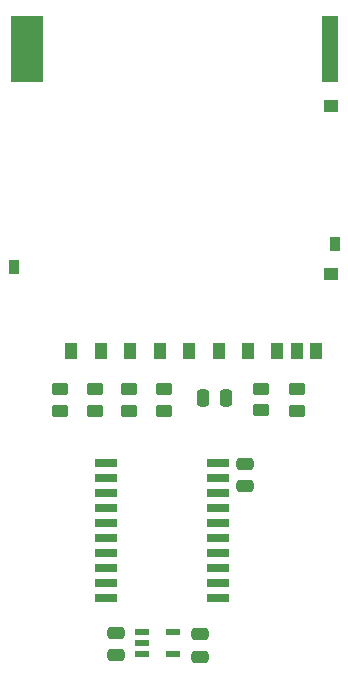
<source format=gtp>
%TF.GenerationSoftware,KiCad,Pcbnew,8.0.7*%
%TF.CreationDate,2025-01-27T12:23:13+02:00*%
%TF.ProjectId,SD Card Full Socket,53442043-6172-4642-9046-756c6c20536f,V1*%
%TF.SameCoordinates,Original*%
%TF.FileFunction,Paste,Top*%
%TF.FilePolarity,Positive*%
%FSLAX46Y46*%
G04 Gerber Fmt 4.6, Leading zero omitted, Abs format (unit mm)*
G04 Created by KiCad (PCBNEW 8.0.7) date 2025-01-27 12:23:13*
%MOMM*%
%LPD*%
G01*
G04 APERTURE LIST*
G04 Aperture macros list*
%AMRoundRect*
0 Rectangle with rounded corners*
0 $1 Rounding radius*
0 $2 $3 $4 $5 $6 $7 $8 $9 X,Y pos of 4 corners*
0 Add a 4 corners polygon primitive as box body*
4,1,4,$2,$3,$4,$5,$6,$7,$8,$9,$2,$3,0*
0 Add four circle primitives for the rounded corners*
1,1,$1+$1,$2,$3*
1,1,$1+$1,$4,$5*
1,1,$1+$1,$6,$7*
1,1,$1+$1,$8,$9*
0 Add four rect primitives between the rounded corners*
20,1,$1+$1,$2,$3,$4,$5,0*
20,1,$1+$1,$4,$5,$6,$7,0*
20,1,$1+$1,$6,$7,$8,$9,0*
20,1,$1+$1,$8,$9,$2,$3,0*%
G04 Aperture macros list end*
%ADD10RoundRect,0.250000X0.450000X-0.262500X0.450000X0.262500X-0.450000X0.262500X-0.450000X-0.262500X0*%
%ADD11RoundRect,0.250000X0.250000X0.475000X-0.250000X0.475000X-0.250000X-0.475000X0.250000X-0.475000X0*%
%ADD12RoundRect,0.250000X0.475000X-0.250000X0.475000X0.250000X-0.475000X0.250000X-0.475000X-0.250000X0*%
%ADD13R,1.100000X1.400000*%
%ADD14R,1.000000X1.400000*%
%ADD15R,1.200000X1.000000*%
%ADD16R,0.900000X1.200000*%
%ADD17R,1.350000X5.600000*%
%ADD18R,2.800000X5.600000*%
%ADD19R,1.950000X0.650000*%
%ADD20R,1.150000X0.600000*%
%ADD21RoundRect,0.250000X-0.475000X0.250000X-0.475000X-0.250000X0.475000X-0.250000X0.475000X0.250000X0*%
G04 APERTURE END LIST*
D10*
%TO.C,R6*%
X23866000Y-29972000D03*
X23866000Y-28147000D03*
%TD*%
D11*
%TO.C,C3*%
X20873000Y-28956000D03*
X18973000Y-28956000D03*
%TD*%
D10*
%TO.C,R4*%
X12690000Y-29995500D03*
X12690000Y-28170500D03*
%TD*%
%TO.C,R1*%
X6848000Y-29995500D03*
X6848000Y-28170500D03*
%TD*%
D12*
%TO.C,C1*%
X11557000Y-50718000D03*
X11557000Y-48818000D03*
%TD*%
D10*
%TO.C,R2*%
X26914000Y-29995500D03*
X26914000Y-28170500D03*
%TD*%
D13*
%TO.C,J1*%
X10290000Y-24910000D03*
X12790000Y-24910000D03*
X15290000Y-24910000D03*
X17790000Y-24910000D03*
X20290000Y-24910000D03*
X22790000Y-24910000D03*
X25215000Y-24910000D03*
X26915000Y-24910000D03*
X7790000Y-24910000D03*
D14*
X28520000Y-24910000D03*
D15*
X29760000Y-18460000D03*
D16*
X30110000Y-15860000D03*
D17*
X29685000Y590000D03*
D18*
X4060000Y590000D03*
D16*
X2910000Y-17860000D03*
D15*
X29760000Y-4210000D03*
%TD*%
D10*
%TO.C,R3*%
X15611000Y-29995500D03*
X15611000Y-28170500D03*
%TD*%
D12*
%TO.C,C2*%
X18669000Y-50845000D03*
X18669000Y-48945000D03*
%TD*%
D19*
%TO.C,IC2*%
X10769000Y-34417000D03*
X10769000Y-35687000D03*
X10769000Y-36957000D03*
X10769000Y-38227000D03*
X10769000Y-39497000D03*
X10769000Y-40767000D03*
X10769000Y-42037000D03*
X10769000Y-43307000D03*
X10769000Y-44577000D03*
X10769000Y-45847000D03*
X20219000Y-45847000D03*
X20219000Y-44577000D03*
X20219000Y-43307000D03*
X20219000Y-42037000D03*
X20219000Y-40767000D03*
X20219000Y-39497000D03*
X20219000Y-38227000D03*
X20219000Y-36957000D03*
X20219000Y-35687000D03*
X20219000Y-34417000D03*
%TD*%
D20*
%TO.C,IC1*%
X13813000Y-48707000D03*
X13813000Y-49657000D03*
X13813000Y-50607000D03*
X16413000Y-50607000D03*
X16413000Y-48707000D03*
%TD*%
D21*
%TO.C,C4*%
X22479000Y-34499000D03*
X22479000Y-36399000D03*
%TD*%
D10*
%TO.C,R5*%
X9769000Y-29995500D03*
X9769000Y-28170500D03*
%TD*%
M02*

</source>
